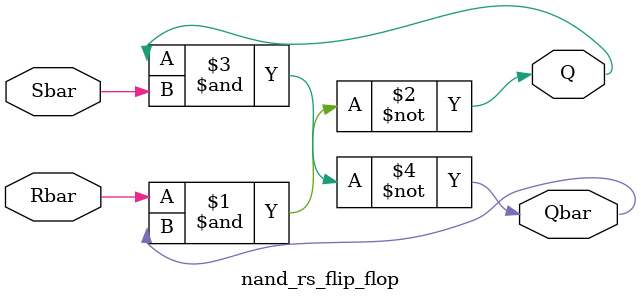
<source format=v>
module nand_rs_flip_flop(input Rbar, Sbar, output Q, Qbar);
  nand NAND1(Q, Rbar, Qbar);
  nand NAND2(Qbar, Q, Sbar);
endmodule

</source>
